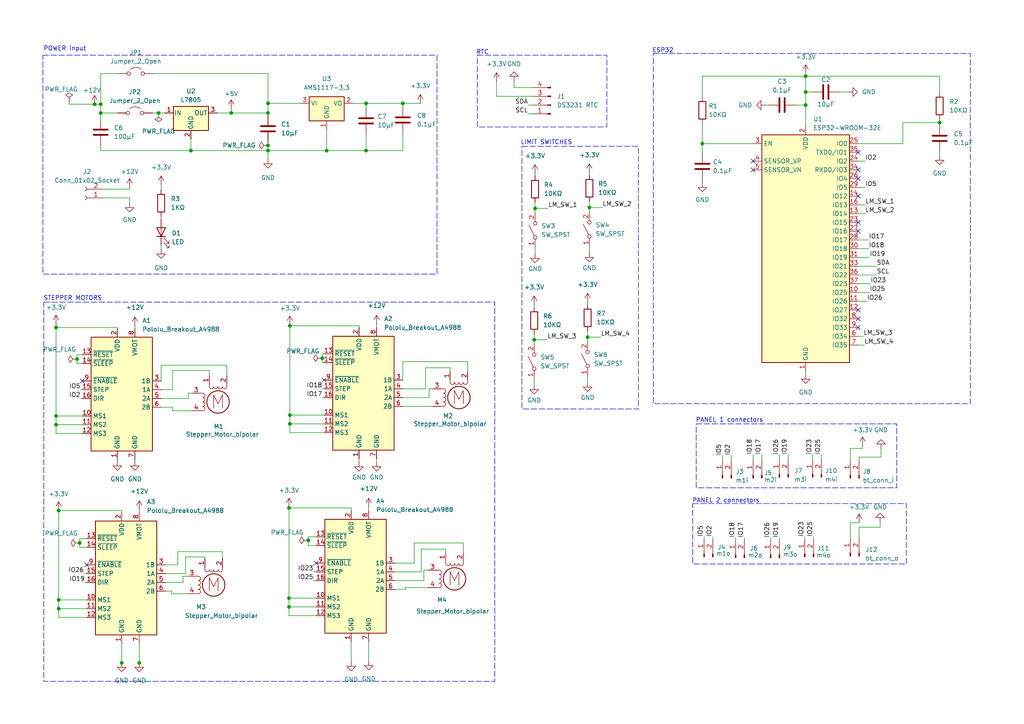
<source format=kicad_sch>
(kicad_sch (version 20250114) (generator "eeschema") (generator_version "9.0")
  (paper "A4")
  (title_block (title "ESP32_CLOCK") (date "2025-07-04") (rev "Version 2") (company "Tech_Fusion"))
  (lib_symbols
    (symbol "Connector:Conn_01x02_Pin" (pin_names (offset 1.016) (hide yes))
      (property "Reference" "J" (at 0 2.54 0))
      (property "Value" "Conn_01x02_Pin" (at 0 -5.08 0))
      (symbol "Conn_01x02_Pin_1_1"
        (pin passive line (at 5.08 0 180) (length 3.81) (name "Pin_1") (number "1"))
        (pin passive line (at 5.08 -2.54 180) (length 3.81) (name "Pin_2") (number "2"))
      )
    )
    (symbol "Connector:Conn_01x02_Socket" (pin_names (offset 1.016) (hide yes))
      (property "Reference" "J" (at 0 2.54 0))
      (property "Value" "Conn_01x02_Socket" (at 0 -5.08 0))
      (symbol "Conn_01x02_Socket_1_1"
        (pin passive line (at -5.08 0 0) (length 3.81) (name "Pin_1") (number "1"))
        (pin passive line (at -5.08 -2.54 0) (length 3.81) (name "Pin_2") (number "2"))
      )
    )
    (symbol "Connector:Conn_01x04_Pin" (pin_names (offset 1.016) (hide yes))
      (property "Reference" "J" (at 0 5.08 0))
      (property "Value" "Conn_01x04_Pin" (at 0 -7.62 0))
      (symbol "Conn_01x04_Pin_1_1"
        (pin passive line (at 5.08 2.54 180) (length 3.81) (name "Pin_1") (number "1"))
        (pin passive line (at 5.08 0 180) (length 3.81) (name "Pin_2") (number "2"))
        (pin passive line (at 5.08 -2.54 180) (length 3.81) (name "Pin_3") (number "3"))
        (pin passive line (at 5.08 -5.08 180) (length 3.81) (name "Pin_4") (number "4"))
      )
    )
    (symbol "Device:C" (pin_numbers (hide yes)) (pin_names (offset 0.254))
      (property "Reference" "C" (at 0.635 2.54 0))
      (property "Value" "C" (at 0.635 -2.54 0))
      (symbol "C_1_1"
        (pin passive line (at 0 3.81 270) (length 2.794) (name "~") (number "1"))
        (pin passive line (at 0 -3.81 90) (length 2.794) (name "~") (number "2"))
      )
    )
    (symbol "Device:LED" (pin_numbers (hide yes)) (pin_names (offset 1.016) (hide yes))
      (property "Reference" "D" (at 0 2.54 0))
      (property "Value" "LED" (at 0 -2.54 0))
      (symbol "LED_1_1"
        (pin passive line (at -3.81 0 0) (length 2.54) (name "K") (number "1"))
        (pin passive line (at 3.81 0 180) (length 2.54) (name "A") (number "2"))
      )
    )
    (symbol "Device:R" (pin_numbers (hide yes)) (pin_names (offset 0))
      (property "Reference" "R" (at 2.032 0 90))
      (property "Value" "R" (at 0 0 90))
      (symbol "R_1_1"
        (pin passive line (at 0 3.81 270) (length 1.27) (name "~") (number "1"))
        (pin passive line (at 0 -3.81 90) (length 1.27) (name "~") (number "2"))
      )
    )
    (symbol "Driver_Motor:Pololu_Breakout_A4988"
      (property "Reference" "A" (at -2.54 19.05 0))
      (property "Value" "Pololu_Breakout_A4988" (at -2.54 16.51 0))
      (symbol "Pololu_Breakout_A4988_1_1"
        (pin input line (at -10.16 10.16 0) (length 2.54) (name "~{RESET}") (number "13"))
        (pin input line (at -10.16 7.62 0) (length 2.54) (name "~{SLEEP}") (number "14"))
        (pin input line (at -10.16 2.54 0) (length 2.54) (name "~{ENABLE}") (number "9"))
        (pin input line (at -10.16 0 0) (length 2.54) (name "STEP") (number "15"))
        (pin input line (at -10.16 -2.54 0) (length 2.54) (name "DIR") (number "16"))
        (pin input line (at -10.16 -7.62 0) (length 2.54) (name "MS1") (number "10"))
        (pin input line (at -10.16 -10.16 0) (length 2.54) (name "MS2") (number "11"))
        (pin input line (at -10.16 -12.7 0) (length 2.54) (name "MS3") (number "12"))
        (pin power_in line (at 0 17.78 270) (length 2.54) (name "VDD") (number "2"))
        (pin power_in line (at 0 -20.32 90) (length 2.54) (name "GND") (number "1"))
        (pin power_in line (at 5.08 17.78 270) (length 2.54) (name "VMOT") (number "8"))
        (pin power_in line (at 5.08 -20.32 90) (length 2.54) (name "GND") (number "7"))
        (pin output line (at 12.7 2.54 180) (length 2.54) (name "1B") (number "3"))
        (pin output line (at 12.7 0 180) (length 2.54) (name "1A") (number "4"))
        (pin output line (at 12.7 -2.54 180) (length 2.54) (name "2A") (number "5"))
        (pin output line (at 12.7 -5.08 180) (length 2.54) (name "2B") (number "6"))
      )
    )
    (symbol "Jumper:Jumper_2_Open" (pin_numbers (hide yes)) (pin_names (offset 0) (hide yes))
      (property "Reference" "JP" (at 0 2.794 0))
      (property "Value" "Jumper_2_Open" (at 0 -2.286 0))
      (symbol "Jumper_2_Open_1_1"
        (pin passive line (at -5.08 0 0) (length 2.54) (name "A") (number "1"))
        (pin passive line (at 5.08 0 180) (length 2.54) (name "B") (number "2"))
      )
    )
    (symbol "Motor:Stepper_Motor_bipolar" (pin_names (offset 0) (hide yes))
      (property "Reference" "M" (at 3.81 2.54 0))
      (property "Value" "Stepper_Motor_bipolar" (at 3.81 1.27 0))
      (symbol "Stepper_Motor_bipolar_1_1"
        (pin passive line (at -7.62 2.54 0) (length 2.54) (name "~") (number "3"))
        (pin passive line (at -7.62 -2.54 0) (length 2.54) (name "~") (number "4"))
        (pin passive line (at -2.54 7.62 270) (length 2.54) (name "~") (number "1"))
        (pin passive line (at 2.54 7.62 270) (length 2.54) (name "-") (number "2"))
      )
    )
    (symbol "RF_Module:ESP32-WROOM-32E"
      (property "Reference" "U" (at -12.7 34.29 0))
      (property "Value" "ESP32-WROOM-32E" (at 1.27 34.29 0))
      (symbol "ESP32-WROOM-32E_1_1"
        (pin input line (at -15.24 30.48 0) (length 2.54) (name "EN") (number "3"))
        (pin input line (at -15.24 25.4 0) (length 2.54) (name "SENSOR_VP") (number "4"))
        (pin input line (at -15.24 22.86 0) (length 2.54) (name "SENSOR_VN") (number "5"))
        (pin no_connect line (at -12.7 0 0) (length 2.54) (hide yes) (name "NC") (number "21"))
        (pin no_connect line (at -12.7 -2.54 0) (length 2.54) (hide yes) (name "NC") (number "22"))
        (pin no_connect line (at -12.7 -5.08 0) (length 2.54) (hide yes) (name "NC") (number "17"))
        (pin no_connect line (at -12.7 -7.62 0) (length 2.54) (hide yes) (name "NC") (number "18"))
        (pin no_connect line (at -12.7 -10.16 0) (length 2.54) (hide yes) (name "NC") (number "20"))
        (pin no_connect line (at -12.7 -12.7 0) (length 2.54) (hide yes) (name "NC") (number "19"))
        (pin no_connect line (at -12.7 -27.94 0) (length 2.54) (hide yes) (name "NC") (number "32"))
        (pin power_in line (at 0 35.56 270) (length 2.54) (name "VDD") (number "2"))
        (pin power_in line (at 0 -35.56 90) (length 2.54) (name "GND") (number "1"))
        (pin passive line (at 0 -35.56 90) (length 2.54) (hide yes) (name "GND") (number "15"))
        (pin passive line (at 0 -35.56 90) (length 2.54) (hide yes) (name "GND") (number "38"))
        (pin passive line (at 0 -35.56 90) (length 2.54) (hide yes) (name "GND") (number "39"))
        (pin bidirectional line (at 15.24 30.48 180) (length 2.54) (name "IO0") (number "25"))
        (pin bidirectional line (at 15.24 27.94 180) (length 2.54) (name "TXD0/IO1") (number "35"))
        (pin bidirectional line (at 15.24 25.4 180) (length 2.54) (name "IO2") (number "24"))
        (pin bidirectional line (at 15.24 22.86 180) (length 2.54) (name "RXD0/IO3") (number "34"))
        (pin bidirectional line (at 15.24 20.32 180) (length 2.54) (name "IO4") (number "26"))
        (pin bidirectional line (at 15.24 17.78 180) (length 2.54) (name "IO5") (number "29"))
        (pin bidirectional line (at 15.24 15.24 180) (length 2.54) (name "IO12") (number "14"))
        (pin bidirectional line (at 15.24 12.7 180) (length 2.54) (name "IO13") (number "16"))
        (pin bidirectional line (at 15.24 10.16 180) (length 2.54) (name "IO14") (number "13"))
        (pin bidirectional line (at 15.24 7.62 180) (length 2.54) (name "IO15") (number "23"))
        (pin bidirectional line (at 15.24 5.08 180) (length 2.54) (name "IO16") (number "27"))
        (pin bidirectional line (at 15.24 2.54 180) (length 2.54) (name "IO17") (number "28"))
        (pin bidirectional line (at 15.24 0 180) (length 2.54) (name "IO18") (number "30"))
        (pin bidirectional line (at 15.24 -2.54 180) (length 2.54) (name "IO19") (number "31"))
        (pin bidirectional line (at 15.24 -5.08 180) (length 2.54) (name "IO21") (number "33"))
        (pin bidirectional line (at 15.24 -7.62 180) (length 2.54) (name "IO22") (number "36"))
        (pin bidirectional line (at 15.24 -10.16 180) (length 2.54) (name "IO23") (number "37"))
        (pin bidirectional line (at 15.24 -12.7 180) (length 2.54) (name "IO25") (number "10"))
        (pin bidirectional line (at 15.24 -15.24 180) (length 2.54) (name "IO26") (number "11"))
        (pin bidirectional line (at 15.24 -17.78 180) (length 2.54) (name "IO27") (number "12"))
        (pin bidirectional line (at 15.24 -20.32 180) (length 2.54) (name "IO32") (number "8"))
        (pin bidirectional line (at 15.24 -22.86 180) (length 2.54) (name "IO33") (number "9"))
        (pin input line (at 15.24 -25.4 180) (length 2.54) (name "IO34") (number "6"))
        (pin input line (at 15.24 -27.94 180) (length 2.54) (name "IO35") (number "7"))
      )
    )
    (symbol "Regulator_Linear:AMS1117-3.3"
      (property "Reference" "U" (at -3.81 3.175 0))
      (property "Value" "AMS1117-3.3" (at 0 3.175 0))
      (symbol "AMS1117-3.3_1_1"
        (pin power_in line (at -7.62 0 0) (length 2.54) (name "VI") (number "3"))
        (pin power_in line (at 0 -7.62 90) (length 2.54) (name "GND") (number "1"))
        (pin power_out line (at 7.62 0 180) (length 2.54) (name "VO") (number "2"))
      )
    )
    (symbol "Regulator_Linear:L7805" (pin_names (offset 0.254))
      (property "Reference" "U" (at -3.81 3.175 0))
      (property "Value" "L7805" (at 0 3.175 0))
      (symbol "L7805_1_1"
        (pin power_in line (at -7.62 0 0) (length 2.54) (name "IN") (number "1"))
        (pin power_in line (at 0 -7.62 90) (length 2.54) (name "GND") (number "2"))
        (pin power_out line (at 7.62 0 180) (length 2.54) (name "OUT") (number "3"))
      )
    )
    (symbol "Switch:SW_SPST" (pin_names (offset 0) (hide yes))
      (property "Reference" "SW" (at 0 3.175 0))
      (property "Value" "SW_SPST" (at 0 -2.54 0))
      (symbol "SW_SPST_1_1"
        (pin passive line (at -5.08 0 0) (length 2.54) (name "A") (number "1"))
        (pin passive line (at 5.08 0 180) (length 2.54) (name "B") (number "2"))
      )
    )
    (symbol "power:+12V" (power) (pin_numbers (hide yes)) (pin_names (offset 0) (hide yes))
      (property "Value" "+12V" (at 0 3.556 0))
      (symbol "+12V_1_1"
        (pin power_in line (at 0 0 90) (length 0) (name "~") (number "1"))
      )
    )
    (symbol "power:+3.3V" (power) (pin_numbers (hide yes)) (pin_names (offset 0) (hide yes))
      (property "Value" "+3.3V" (at 0 3.556 0))
      (symbol "+3.3V_1_1"
        (pin power_in line (at 0 0 90) (length 0) (name "~") (number "1"))
      )
    )
    (symbol "power:+5V" (power) (pin_numbers (hide yes)) (pin_names (offset 0) (hide yes))
      (property "Value" "+5V" (at 0 3.556 0))
      (symbol "+5V_1_1"
        (pin power_in line (at 0 0 90) (length 0) (name "~") (number "1"))
      )
    )
    (symbol "power:GND" (power) (pin_numbers (hide yes)) (pin_names (offset 0) (hide yes))
      (property "Value" "GND" (at 0 -3.81 0))
      (symbol "GND_1_1"
        (pin power_in line (at 0 0 270) (length 0) (name "~") (number "1"))
      )
    )
    (symbol "power:PWR_FLAG" (power) (pin_numbers (hide yes)) (pin_names (offset 0) (hide yes))
      (property "Value" "PWR_FLAG" (at 0 3.81 0))
      (symbol "PWR_FLAG_0_0"
        (pin power_out line (at 0 0 90) (length 0) (name "~") (number "1"))
      )
    )
  )
  (rectangle (start 189.484 15.494) (end 281.432 117.094) (stroke (width 0) (type dash)))
  (rectangle (start 201.93 122.936) (end 260.096 141.478) (stroke (width 0) (type dash)))
  (rectangle (start 200.914 146.05) (end 262.89 163.576) (stroke (width 0) (type dash)))
  (rectangle (start 12.7 87.63) (end 143.51 197.612) (stroke (width 0) (type dash)))
  (rectangle (start 151.384 42.418) (end 185.166 118.618) (stroke (width 0) (type dash)))
  (rectangle (start 138.43 16.002) (end 176.022 36.83) (stroke (width 0) (type dash)))
  (rectangle (start 12.446 16.002) (end 126.746 79.502) (stroke (width 0) (type dash)))
  (text "RTC" (at 139.954 15.24 0) (effects (font (size 1.27 1.27))))
  (text "ESP32" (at 192.278 14.732 0) (effects (font (size 1.27 1.27))))
  (text "STEPPER MOTORS\n" (at 21.082 86.614 0) (effects (font (size 1.27 1.27))))
  (text "PANEL 2 connectors" (at 210.566 145.288 0) (effects (font (size 1.27 1.27))))
  (text "PANEL 1 connectors" (at 211.582 121.92 0) (effects (font (size 1.27 1.27))))
  (text "LIMIT SWITCHES" (at 158.496 41.402 0) (effects (font (size 1.27 1.27))))
  (text "POWER input\n\n" (at 18.796 15.24 0) (effects (font (size 1.27 1.27))))
  (junction (at 203.708 41.656))
  (junction (at 84.074 122.936))
  (junction (at 106.172 43.688))
  (junction (at 45.974 32.766))
  (junction (at 83.82 147.32))
  (junction (at 17.018 176.53))
  (junction (at 27.432 30.226))
  (junction (at 84.074 120.396))
  (junction (at 40.386 192.278))
  (junction (at 16.256 120.65))
  (junction (at 83.82 173.482))
  (junction (at 17.018 148.082))
  (junction (at 155.194 60.452))
  (junction (at 154.94 98.552))
  (junction (at 170.942 60.198))
  (junction (at 233.68 30.48))
  (junction (at 77.724 43.688))
  (junction (at 29.21 32.766))
  (junction (at 22.352 104.14))
  (junction (at 93.472 103.886))
  (junction (at 77.724 29.972))
  (junction (at 29.21 30.226))
  (junction (at 55.372 43.688))
  (junction (at 17.018 173.99))
  (junction (at 16.256 123.19))
  (junction (at 116.84 29.972))
  (junction (at 16.256 94.996))
  (junction (at 77.724 32.766))
  (junction (at 170.434 97.79))
  (junction (at 23.114 157.48))
  (junction (at 106.172 29.972))
  (junction (at 67.056 32.766))
  (junction (at 233.68 22.098))
  (junction (at 233.68 26.67))
  (junction (at 272.542 35.56))
  (junction (at 94.742 43.688))
  (junction (at 84.074 94.488))
  (junction (at 35.306 192.278))
  (junction (at 89.408 156.718))
  (junction (at 77.724 42.164))
  (junction (at 83.82 176.022))
  (no_connect (at 218.44 46.736))
  (no_connect (at 248.92 44.196))
  (no_connect (at 248.92 67.056))
  (no_connect (at 25.146 163.83))
  (no_connect (at 248.92 56.896))
  (no_connect (at 248.92 49.276))
  (no_connect (at 248.92 89.916))
  (no_connect (at 248.92 51.816))
  (no_connect (at 248.92 92.456))
  (no_connect (at 248.92 94.996))
  (no_connect (at 91.694 163.322))
  (no_connect (at 248.92 64.516))
  (no_connect (at 23.876 110.49))
  (no_connect (at 218.44 49.276))
  (no_connect (at 93.98 110.236))
  (wire (pts (xy 65.786 105.918) (xy 65.786 108.966)))
  (wire (pts (xy 60.706 108.966) (xy 60.706 107.442)))
  (wire (pts (xy 248.92 97.536) (xy 250.444 97.536)))
  (wire (pts (xy 24.384 166.37) (xy 25.146 166.37)))
  (wire (pts (xy 144.018 27.94) (xy 144.018 23.622)))
  (wire (pts (xy 116.84 29.972) (xy 116.84 30.988)))
  (wire (pts (xy 272.542 22.098) (xy 272.542 26.924)))
  (wire (pts (xy 29.718 57.404) (xy 37.592 57.404)))
  (wire (pts (xy 29.21 21.336) (xy 34.29 21.336)))
  (wire (pts (xy 155.194 60.452) (xy 155.194 61.722)))
  (wire (pts (xy 22.352 105.41) (xy 23.876 105.41)))
  (wire (pts (xy 49.784 172.212) (xy 49.784 171.45)))
  (wire (pts (xy 213.36 155.956) (xy 213.36 156.718)))
  (wire (pts (xy 248.92 74.676) (xy 252.222 74.676)))
  (wire (pts (xy 248.92 79.756) (xy 254.254 79.756)))
  (wire (pts (xy 55.626 119.126) (xy 50.038 119.126)))
  (wire (pts (xy 22.352 104.14) (xy 22.352 105.41)))
  (wire (pts (xy 23.114 158.75) (xy 25.146 158.75)))
  (wire (pts (xy 64.516 160.02) (xy 51.562 160.02)))
  (wire (pts (xy 53.848 161.544) (xy 53.848 166.37)))
  (wire (pts (xy 248.92 61.976) (xy 250.952 61.976)))
  (wire (pts (xy 129.286 159.258) (xy 122.174 159.258)))
  (wire (pts (xy 246.634 151.638) (xy 249.174 151.638)))
  (wire (pts (xy 248.92 59.436) (xy 250.952 59.436)))
  (wire (pts (xy 120.142 163.322) (xy 120.142 157.48)))
  (wire (pts (xy 149.098 25.4) (xy 149.098 23.368)))
  (wire (pts (xy 203.708 41.656) (xy 203.708 44.45)))
  (wire (pts (xy 248.92 77.216) (xy 254.254 77.216)))
  (wire (pts (xy 50.038 107.442) (xy 50.038 113.03)))
  (wire (pts (xy 144.018 27.94) (xy 154.686 27.94)))
  (wire (pts (xy 67.056 32.766) (xy 62.992 32.766)))
  (wire (pts (xy 50.038 119.126) (xy 50.038 118.11)))
  (wire (pts (xy 255.524 130.048) (xy 255.524 132.588)))
  (wire (pts (xy 83.82 176.022) (xy 91.694 176.022)))
  (wire (pts (xy 124.206 170.434) (xy 117.602 170.434)))
  (wire (pts (xy 84.074 94.234) (xy 84.074 94.488)))
  (wire (pts (xy 116.84 38.608) (xy 116.84 43.688)))
  (wire (pts (xy 46.736 118.11) (xy 50.038 118.11)))
  (wire (pts (xy 149.098 25.4) (xy 154.686 25.4)))
  (wire (pts (xy 77.724 29.972) (xy 77.724 32.766)))
  (wire (pts (xy 93.98 122.936) (xy 84.074 122.936)))
  (wire (pts (xy 248.92 87.376) (xy 251.46 87.376)))
  (wire (pts (xy 40.386 147.828) (xy 40.386 148.59)))
  (wire (pts (xy 170.434 109.22) (xy 170.434 110.998)))
  (wire (pts (xy 248.92 41.656) (xy 261.874 41.656)))
  (wire (pts (xy 106.172 29.972) (xy 106.172 31.242)))
  (wire (pts (xy 59.436 162.052) (xy 59.436 161.544)))
  (wire (pts (xy 20.066 30.226) (xy 27.432 30.226)))
  (wire (pts (xy 203.708 52.07) (xy 203.708 53.086)))
  (wire (pts (xy 17.018 148.082) (xy 17.018 173.99)))
  (wire (pts (xy 106.934 147.066) (xy 106.934 148.082)))
  (wire (pts (xy 170.942 71.628) (xy 170.942 73.406)))
  (wire (pts (xy 153.162 33.02) (xy 154.686 33.02)))
  (wire (pts (xy 89.408 156.718) (xy 89.408 158.242)))
  (wire (pts (xy 83.82 178.562) (xy 91.694 178.562)))
  (wire (pts (xy 22.352 102.87) (xy 22.352 104.14)))
  (wire (pts (xy 155.194 50.292) (xy 155.194 51.054)))
  (wire (pts (xy 29.718 54.864) (xy 37.592 54.864)))
  (wire (pts (xy 233.68 26.67) (xy 233.68 30.48)))
  (wire (pts (xy 248.92 54.356) (xy 250.952 54.356)))
  (wire (pts (xy 16.256 94.996) (xy 16.256 120.65)))
  (wire (pts (xy 114.554 168.402) (xy 122.936 168.402)))
  (wire (pts (xy 123.444 106.68) (xy 130.556 106.68)))
  (wire (pts (xy 248.92 84.836) (xy 252.222 84.836)))
  (wire (pts (xy 59.436 161.544) (xy 53.848 161.544)))
  (wire (pts (xy 101.854 147.32) (xy 101.854 148.082)))
  (wire (pts (xy 248.92 82.296) (xy 252.476 82.296)))
  (wire (pts (xy 116.84 115.316) (xy 124.46 115.316)))
  (wire (pts (xy 170.942 50.038) (xy 170.942 50.8)))
  (wire (pts (xy 55.372 40.386) (xy 55.372 43.688)))
  (wire (pts (xy 37.592 57.404) (xy 37.592 58.928)))
  (wire (pts (xy 272.542 43.942) (xy 272.542 45.212)))
  (wire (pts (xy 29.21 30.226) (xy 29.21 21.336)))
  (wire (pts (xy 116.84 110.236) (xy 116.84 104.902)))
  (wire (pts (xy 77.724 43.688) (xy 94.742 43.688)))
  (wire (pts (xy 226.06 131.826) (xy 226.06 133.35)))
  (wire (pts (xy 261.874 35.56) (xy 272.542 35.56)))
  (wire (pts (xy 238.252 131.826) (xy 238.252 133.35)))
  (wire (pts (xy 51.562 163.83) (xy 48.006 163.83)))
  (wire (pts (xy 83.82 147.32) (xy 83.82 173.482)))
  (wire (pts (xy 51.562 160.02) (xy 51.562 163.83)))
  (wire (pts (xy 83.82 176.022) (xy 83.82 178.562)))
  (wire (pts (xy 233.68 21.336) (xy 233.68 22.098)))
  (wire (pts (xy 249.174 152.908) (xy 249.174 156.21)))
  (wire (pts (xy 233.68 30.48) (xy 233.68 36.576)))
  (wire (pts (xy 203.708 35.814) (xy 203.708 41.656)))
  (wire (pts (xy 93.472 102.616) (xy 93.472 103.886)))
  (wire (pts (xy 223.52 155.956) (xy 223.52 156.718)))
  (wire (pts (xy 84.074 94.488) (xy 84.074 120.396)))
  (wire (pts (xy 154.94 98.552) (xy 154.94 99.822)))
  (wire (pts (xy 130.556 106.68) (xy 130.556 107.696)))
  (wire (pts (xy 83.82 147.066) (xy 83.82 147.32)))
  (wire (pts (xy 246.634 151.638) (xy 246.634 156.21)))
  (wire (pts (xy 116.84 104.902) (xy 135.636 104.902)))
  (wire (pts (xy 83.82 173.482) (xy 83.82 176.022)))
  (wire (pts (xy 233.68 22.098) (xy 272.542 22.098)))
  (wire (pts (xy 248.92 69.596) (xy 251.968 69.596)))
  (wire (pts (xy 91.694 155.702) (xy 89.408 155.702)))
  (wire (pts (xy 46.736 115.57) (xy 54.61 115.57)))
  (wire (pts (xy 54.356 172.212) (xy 49.784 172.212)))
  (wire (pts (xy 16.256 125.73) (xy 16.256 123.19)))
  (wire (pts (xy 102.362 29.972) (xy 106.172 29.972)))
  (wire (pts (xy 155.194 60.452) (xy 159.004 60.452)))
  (wire (pts (xy 243.332 26.67) (xy 246.126 26.67)))
  (wire (pts (xy 77.724 46.228) (xy 77.724 43.688)))
  (wire (pts (xy 155.194 58.674) (xy 155.194 60.452)))
  (wire (pts (xy 50.038 113.03) (xy 46.736 113.03)))
  (wire (pts (xy 116.84 117.856) (xy 125.476 117.856)))
  (wire (pts (xy 25.146 176.53) (xy 17.018 176.53)))
  (wire (pts (xy 34.036 32.766) (xy 29.21 32.766)))
  (wire (pts (xy 35.306 192.786) (xy 35.306 192.278)))
  (wire (pts (xy 170.942 60.198) (xy 174.752 60.198)))
  (wire (pts (xy 23.876 120.65) (xy 16.256 120.65)))
  (wire (pts (xy 93.472 105.156) (xy 93.98 105.156)))
  (wire (pts (xy 77.724 41.148) (xy 77.724 42.164)))
  (wire (pts (xy 46.736 71.12) (xy 46.736 72.39)))
  (wire (pts (xy 134.366 157.48) (xy 134.366 160.274)))
  (wire (pts (xy 249.174 132.588) (xy 249.174 133.604)))
  (wire (pts (xy 55.372 43.688) (xy 77.724 43.688)))
  (wire (pts (xy 203.708 28.194) (xy 203.708 22.098)))
  (wire (pts (xy 54.61 114.046) (xy 55.626 114.046)))
  (wire (pts (xy 122.174 165.862) (xy 114.554 165.862)))
  (wire (pts (xy 89.408 158.242) (xy 91.694 158.242)))
  (wire (pts (xy 117.602 170.942) (xy 114.554 170.942)))
  (wire (pts (xy 40.386 192.532) (xy 40.386 192.278)))
  (wire (pts (xy 23.876 125.73) (xy 16.256 125.73)))
  (wire (pts (xy 25.146 179.07) (xy 17.018 179.07)))
  (wire (pts (xy 90.932 168.402) (xy 91.694 168.402)))
  (wire (pts (xy 46.736 105.918) (xy 65.786 105.918)))
  (wire (pts (xy 37.592 54.864) (xy 37.592 54.356)))
  (wire (pts (xy 53.086 167.132) (xy 53.086 168.91)))
  (wire (pts (xy 261.874 41.656) (xy 261.874 35.56)))
  (wire (pts (xy 154.94 98.552) (xy 158.75 98.552)))
  (wire (pts (xy 123.444 106.68) (xy 123.444 112.776)))
  (wire (pts (xy 104.14 94.488) (xy 104.14 94.996)))
  (wire (pts (xy 272.542 34.544) (xy 272.542 35.56)))
  (wire (pts (xy 206.756 155.702) (xy 206.756 156.464)))
  (wire (pts (xy 39.116 94.488) (xy 39.116 95.25)))
  (wire (pts (xy 153.162 30.48) (xy 154.686 30.48)))
  (wire (pts (xy 122.936 165.354) (xy 122.936 168.402)))
  (wire (pts (xy 170.942 58.42) (xy 170.942 60.198)))
  (wire (pts (xy 90.932 165.862) (xy 91.694 165.862)))
  (wire (pts (xy 23.368 113.03) (xy 23.876 113.03)))
  (wire (pts (xy 170.434 97.79) (xy 174.244 97.79)))
  (wire (pts (xy 45.974 32.766) (xy 47.752 32.766)))
  (wire (pts (xy 93.98 120.396) (xy 84.074 120.396)))
  (wire (pts (xy 34.036 94.996) (xy 34.036 95.25)))
  (wire (pts (xy 204.216 155.702) (xy 204.216 156.464)))
  (wire (pts (xy 109.22 93.98) (xy 109.22 94.996)))
  (wire (pts (xy 84.074 94.488) (xy 104.14 94.488)))
  (wire (pts (xy 29.21 42.164) (xy 29.21 43.688)))
  (wire (pts (xy 255.27 151.384) (xy 255.27 152.908)))
  (wire (pts (xy 23.876 102.87) (xy 22.352 102.87)))
  (wire (pts (xy 101.854 186.182) (xy 101.854 192.024)))
  (wire (pts (xy 248.92 72.136) (xy 251.968 72.136)))
  (wire (pts (xy 77.724 33.528) (xy 77.724 32.766)))
  (wire (pts (xy 109.22 133.096) (xy 109.22 134.112)))
  (wire (pts (xy 255.524 132.588) (xy 249.174 132.588)))
  (wire (pts (xy 221.996 30.48) (xy 223.012 30.48)))
  (wire (pts (xy 122.174 159.258) (xy 122.174 165.862)))
  (wire (pts (xy 104.14 133.096) (xy 104.14 134.112)))
  (wire (pts (xy 35.306 192.278) (xy 35.306 186.69)))
  (wire (pts (xy 84.074 120.396) (xy 84.074 122.936)))
  (wire (pts (xy 77.724 29.972) (xy 77.724 21.336)))
  (wire (pts (xy 16.256 93.98) (xy 16.256 94.996)))
  (wire (pts (xy 89.408 155.702) (xy 89.408 156.718)))
  (wire (pts (xy 93.98 102.616) (xy 93.472 102.616)))
  (wire (pts (xy 129.286 160.274) (xy 129.286 159.258)))
  (wire (pts (xy 23.876 123.19) (xy 16.256 123.19)))
  (wire (pts (xy 23.114 157.48) (xy 23.114 158.75)))
  (wire (pts (xy 17.018 176.53) (xy 17.018 179.07)))
  (wire (pts (xy 212.09 132.08) (xy 212.09 133.604)))
  (wire (pts (xy 106.172 43.688) (xy 94.742 43.688)))
  (wire (pts (xy 170.942 60.198) (xy 170.942 61.468)))
  (wire (pts (xy 106.934 186.182) (xy 106.934 191.77)))
  (wire (pts (xy 77.724 43.688) (xy 77.724 42.164)))
  (wire (pts (xy 54.61 115.57) (xy 54.61 114.046)))
  (wire (pts (xy 154.94 88.392) (xy 154.94 89.154)))
  (wire (pts (xy 29.21 43.688) (xy 55.372 43.688)))
  (wire (pts (xy 117.602 170.434) (xy 117.602 170.942)))
  (wire (pts (xy 93.472 115.316) (xy 93.98 115.316)))
  (wire (pts (xy 23.114 156.21) (xy 23.114 157.48)))
  (wire (pts (xy 16.256 94.996) (xy 34.036 94.996)))
  (wire (pts (xy 34.036 133.858) (xy 34.036 133.35)))
  (wire (pts (xy 233.68 22.098) (xy 233.68 26.67)))
  (wire (pts (xy 246.634 130.048) (xy 246.634 133.604)))
  (wire (pts (xy 209.55 132.08) (xy 209.55 133.604)))
  (wire (pts (xy 53.848 166.37) (xy 48.006 166.37)))
  (wire (pts (xy 35.306 148.082) (xy 35.306 148.59)))
  (wire (pts (xy 106.172 38.862) (xy 106.172 43.688)))
  (wire (pts (xy 170.434 87.63) (xy 170.434 88.392)))
  (wire (pts (xy 120.142 157.48) (xy 134.366 157.48)))
  (wire (pts (xy 84.074 125.476) (xy 84.074 122.936)))
  (wire (pts (xy 272.542 35.56) (xy 272.542 36.322)))
  (wire (pts (xy 124.46 112.776) (xy 125.476 112.776)))
  (wire (pts (xy 20.066 29.464) (xy 20.066 30.226)))
  (wire (pts (xy 116.84 112.776) (xy 123.444 112.776)))
  (wire (pts (xy 233.426 155.702) (xy 233.426 156.464)))
  (wire (pts (xy 29.21 30.226) (xy 29.21 32.766)))
  (wire (pts (xy 40.386 192.278) (xy 40.386 186.69)))
  (wire (pts (xy 155.194 71.882) (xy 155.194 73.66)))
  (wire (pts (xy 46.736 62.738) (xy 46.736 63.5)))
  (wire (pts (xy 60.706 107.442) (xy 50.038 107.442)))
  (wire (pts (xy 64.516 162.052) (xy 64.516 160.02)))
  (wire (pts (xy 67.056 32.766) (xy 77.724 32.766)))
  (wire (pts (xy 46.736 110.49) (xy 46.736 105.918)))
  (wire (pts (xy 215.9 155.956) (xy 215.9 156.718)))
  (wire (pts (xy 83.82 147.32) (xy 101.854 147.32)))
  (wire (pts (xy 93.98 125.476) (xy 84.074 125.476)))
  (wire (pts (xy 94.742 37.592) (xy 94.742 43.688)))
  (wire (pts (xy 67.056 32.766) (xy 67.056 31.496)))
  (wire (pts (xy 154.94 109.982) (xy 154.94 111.76)))
  (wire (pts (xy 49.784 171.45) (xy 48.006 171.45)))
  (wire (pts (xy 154.94 96.774) (xy 154.94 98.552)))
  (wire (pts (xy 124.206 165.354) (xy 122.936 165.354)))
  (wire (pts (xy 29.21 30.226) (xy 27.432 30.226)))
  (wire (pts (xy 93.472 112.776) (xy 93.98 112.776)))
  (wire (pts (xy 235.712 131.826) (xy 235.712 133.35)))
  (wire (pts (xy 220.98 131.826) (xy 220.98 133.604)))
  (wire (pts (xy 17.018 148.082) (xy 35.306 148.082)))
  (wire (pts (xy 218.44 131.826) (xy 218.44 133.604)))
  (wire (pts (xy 93.472 103.886) (xy 93.472 105.156)))
  (wire (pts (xy 233.68 26.67) (xy 235.712 26.67)))
  (wire (pts (xy 44.196 32.766) (xy 45.974 32.766)))
  (wire (pts (xy 248.92 46.736) (xy 250.952 46.736)))
  (wire (pts (xy 170.434 96.012) (xy 170.434 97.79)))
  (wire (pts (xy 116.84 43.688) (xy 106.172 43.688)))
  (wire (pts (xy 25.146 173.99) (xy 17.018 173.99)))
  (wire (pts (xy 46.736 53.594) (xy 46.736 55.118)))
  (wire (pts (xy 135.636 104.902) (xy 135.636 107.696)))
  (wire (pts (xy 230.632 30.48) (xy 233.68 30.48)))
  (wire (pts (xy 106.172 29.972) (xy 116.84 29.972)))
  (wire (pts (xy 24.638 168.91) (xy 25.146 168.91)))
  (wire (pts (xy 114.554 163.322) (xy 120.142 163.322)))
  (wire (pts (xy 170.434 97.79) (xy 170.434 99.06)))
  (wire (pts (xy 233.68 107.696) (xy 233.68 108.712)))
  (wire (pts (xy 44.45 21.336) (xy 77.724 21.336)))
  (wire (pts (xy 25.146 156.21) (xy 23.114 156.21)))
  (wire (pts (xy 29.21 34.544) (xy 29.21 32.766)))
  (wire (pts (xy 218.44 41.656) (xy 203.708 41.656)))
  (wire (pts (xy 54.356 167.132) (xy 53.086 167.132)))
  (wire (pts (xy 250.19 129.286) (xy 250.19 130.048)))
  (wire (pts (xy 124.46 115.316) (xy 124.46 112.776)))
  (wire (pts (xy 83.82 173.482) (xy 91.694 173.482)))
  (wire (pts (xy 203.708 22.098) (xy 233.68 22.098)))
  (wire (pts (xy 116.84 29.972) (xy 121.92 29.972)))
  (wire (pts (xy 77.724 29.972) (xy 87.122 29.972)))
  (wire (pts (xy 53.086 168.91) (xy 48.006 168.91)))
  (wire (pts (xy 39.116 133.858) (xy 39.116 133.35)))
  (wire (pts (xy 255.27 152.908) (xy 249.174 152.908)))
  (wire (pts (xy 248.92 100.076) (xy 250.698 100.076)))
  (wire (pts (xy 16.256 123.19) (xy 16.256 120.65)))
  (wire (pts (xy 235.966 155.702) (xy 235.966 156.464)))
  (wire (pts (xy 226.06 155.956) (xy 226.06 156.718)))
  (wire (pts (xy 23.368 115.57) (xy 23.876 115.57)))
  (wire (pts (xy 17.018 173.99) (xy 17.018 176.53)))
  (wire (pts (xy 250.19 130.048) (xy 246.634 130.048)))
  (wire (pts (xy 228.6 131.826) (xy 228.6 133.35)))
  (label "LM_SW_3" (at 250.444 97.536 0))
  (label "LM_SW_4" (at 250.698 100.076 0))
  (label "IO2" (at 250.952 46.736 0))
  (label "IO25" (at 238.252 131.826 90))
  (label "IO26" (at 223.52 155.956 90))
  (label "IO17" (at 251.968 69.596 0))
  (label "IO26" (at 251.46 87.376 0))
  (label "IO5" (at 204.216 155.702 90))
  (label "IO17" (at 220.98 131.826 90))
  (label "SCL" (at 254.254 79.756 0))
  (label "IO25" (at 252.222 84.836 0))
  (label "IO17" (at 93.472 115.316 180))
  (label "SDA" (at 254.254 77.216 0))
  (label "IO18" (at 93.472 112.776 180))
  (label "IO17" (at 215.9 155.956 90))
  (label "IO5" (at 23.368 113.03 180))
  (label "IO18" (at 218.44 131.826 90))
  (label "SDA" (at 153.162 30.48 180))
  (label "LM_SW_1" (at 250.952 59.436 0))
  (label "IO19" (at 226.06 155.956 90))
  (label "LM_SW_3" (at 158.75 98.552 0))
  (label "IO25" (at 235.966 155.702 90))
  (label "IO26" (at 24.384 166.37 180))
  (label "IO23" (at 252.476 82.296 0))
  (label "IO23" (at 90.932 165.862 180))
  (label "IO18" (at 213.36 155.956 90))
  (label "LM_SW_4" (at 174.244 97.79 0))
  (label "IO19" (at 252.222 74.676 0))
  (label "IO2" (at 23.368 115.57 180))
  (label "IO2" (at 206.756 155.702 90))
  (label "IO19" (at 228.6 131.826 90))
  (label "LM_SW_1" (at 159.004 60.452 0))
  (label "IO23" (at 235.712 131.826 90))
  (label "IO19" (at 24.638 168.91 180))
  (label "IO5" (at 250.952 54.356 0))
  (label "SCL" (at 153.162 33.02 180))
  (label "LM_SW_2" (at 174.752 60.198 0))
  (label "IO26" (at 226.06 131.826 90))
  (label "IO5" (at 209.55 132.08 90))
  (label "IO18" (at 251.968 72.136 0))
  (label "IO23" (at 233.426 155.702 90))
  (label "LM_SW_2" (at 250.952 61.976 0))
  (label "IO2" (at 212.09 132.08 90))
  (label "IO25" (at 90.932 168.402 180))
  (symbol (lib_id "power:PWR_FLAG") (at 23.114 157.48 90) (unit 1)
    (property "Reference" "#FLG05" (effects (hide yes)))
    (property "Value" "PWR_FLAG" (at 22.606 154.686 90) (effects (justify left)))
    (property "Description" "Special symbol for telling ERC where power comes from" (effects (hide yes)))
  )
  (symbol (lib_id "Device:C") (at 116.84 34.798 0) (unit 1)
    (property "Reference" "C8" (at 120.904 33.5279 0) (effects (justify left)))
    (property "Value" "0.1μF" (at 120.904 36.0679 0) (effects (justify left)))
    (property "Footprint" "Capacitor_SMD:C_0805_2012Metric" (effects (hide yes)))
    (property "Description" "Unpolarized capacitor" (effects (hide yes)))
  )
  (symbol (lib_id "Connector:Conn_01x02_Pin") (at 226.06 138.43 90) (unit 1)
    (property "Reference" "J7" (at 230.378 136.5249 90) (effects (justify right)))
    (property "Value" "m3i" (at 230.378 139.0649 90) (effects (justify right)))
    (property "Footprint" "Connector_PinHeader_2.54mm:PinHeader_1x02_P2.54mm_Vertical" (effects (hide yes)))
    (property "Description" "Generic connector, single row, 01x02, script generated" (effects (hide yes)))
  )
  (symbol (lib_id "power:+12V") (at 37.592 54.356 0) (unit 1)
    (property "Reference" "#PWR035" (effects (hide yes)))
    (property "Value" "+12V" (at 37.592 49.784 0))
    (property "Description" "Power symbol creates a global label with name \"+12V\"" (effects (hide yes)))
  )
  (symbol (lib_id "Switch:SW_SPST") (at 170.942 66.548 90) (unit 1)
    (property "Reference" "SW4" (at 172.72 65.2779 90) (effects (justify right)))
    (property "Value" "SW_SPST" (at 172.72 67.8179 90) (effects (justify right)))
    (property "Footprint" "Connector_PinHeader_2.54mm:PinHeader_1x03_P2.54mm_Vertical" (effects (hide yes)))
    (property "Description" "Single Pole Single Throw (SPST) switch" (effects (hide yes)))
  )
  (symbol (lib_id "Motor:Stepper_Motor_bipolar") (at 61.976 169.672 0) (unit 1)
    (property "Reference" "M3" (at 56.896 176.022 0) (effects (justify left)))
    (property "Value" "Stepper_Motor_bipolar" (at 53.594 178.562 0) (effects (justify left)))
    (property "Footprint" "Connector_Molex:Molex_KK-254_AE-6410-04A_1x04_P2.54mm_Vertical" (effects (hide yes)))
    (property "Datasheet" "http://www.infineon.com/dgdl/Application-Note-TLE8110EE_driving_UniPolarStepperMotor_V1.1.pdf?fileId=db3a30431be39b97011be5d0aa0a00b0" (effects (hide yes)))
    (property "Description" "4-wire bipolar stepper motor" (effects (hide yes)))
  )
  (symbol (lib_id "Device:R") (at 154.94 92.964 0) (unit 1)
    (property "Reference" "R6" (at 157.48 91.6939 0) (effects (justify left)))
    (property "Value" "10KΩ" (at 157.48 94.2339 0) (effects (justify left)))
    (property "Footprint" "Resistor_SMD:R_0805_2012Metric" (effects (hide yes)))
    (property "Description" "Resistor" (effects (hide yes)))
  )
  (symbol (lib_id "Device:C") (at 77.724 37.338 0) (unit 1)
    (property "Reference" "C1" (at 81.534 36.0679 0) (effects (justify left)))
    (property "Value" "10μF" (at 81.534 38.6079 0) (effects (justify left)))
    (property "Footprint" "Capacitor_SMD:C_0805_2012Metric" (effects (hide yes)))
    (property "Description" "Unpolarized capacitor" (effects (hide yes)))
  )
  (symbol (lib_id "power:+3.3V") (at 170.434 87.63 0) (unit 1)
    (property "Reference" "#PWR010" (effects (hide yes)))
    (property "Value" "+3.3V" (at 170.434 82.55 0))
    (property "Description" "Power symbol creates a global label with name \"+3.3V\"" (effects (hide yes)))
  )
  (symbol (lib_id "power:+12V") (at 109.22 93.98 0) (unit 1)
    (property "Reference" "#PWR013" (effects (hide yes)))
    (property "Value" "+12V" (at 109.22 88.646 0))
    (property "Description" "Power symbol creates a global label with name \"+12V\"" (effects (hide yes)))
  )
  (symbol (lib_id "power:+12V") (at 106.934 147.066 0) (unit 1)
    (property "Reference" "#PWR014" (effects (hide yes)))
    (property "Value" "+12V" (at 106.934 141.732 0))
    (property "Description" "Power symbol creates a global label with name \"+12V\"" (effects (hide yes)))
  )
  (symbol (lib_id "power:GND") (at 155.194 73.66 0) (unit 1)
    (property "Reference" "#PWR04" (effects (hide yes)))
    (property "Value" "GND" (at 155.194 77.978 0))
    (property "Description" "Power symbol creates a global label with name \"GND\" , ground" (effects (hide yes)))
  )
  (symbol (lib_id "Switch:SW_SPST") (at 170.434 104.14 90) (unit 1)
    (property "Reference" "SW6" (at 172.212 102.8699 90) (effects (justify right)))
    (property "Value" "SW_SPST" (at 172.212 105.4099 90) (effects (justify right)))
    (property "Footprint" "Connector_PinHeader_2.54mm:PinHeader_1x03_P2.54mm_Vertical" (effects (hide yes)))
    (property "Description" "Single Pole Single Throw (SPST) switch" (effects (hide yes)))
  )
  (symbol (lib_id "power:+3.3V") (at 121.92 29.972 0) (unit 1)
    (property "Reference" "#PWR026" (effects (hide yes)))
    (property "Value" "+3.3V" (at 121.92 24.892 0))
    (property "Description" "Power symbol creates a global label with name \"+3.3V\"" (effects (hide yes)))
  )
  (symbol (lib_id "Regulator_Linear:L7805") (at 55.372 32.766 0) (unit 1)
    (property "Reference" "U2" (at 55.372 26.416 0))
    (property "Value" "L7805" (at 55.372 28.956 0))
    (property "Footprint" "Package_TO_SOT_THT:TO-220-3_Vertical" (effects (hide yes)))
    (property "Datasheet" "http://www.st.com/content/ccc/resource/technical/document/datasheet/41/4f/b3/b0/12/d4/47/88/CD00000444.pdf/files/CD00000444.pdf/jcr:content/translations/en.CD00000444.pdf" (effects (hide yes)))
    (property "Description" "Positive 1.5A 35V Linear Regulator, Fixed Output 5V, TO-220/TO-263/TO-252" (effects (hide yes)))
  )
  (symbol (lib_id "Driver_Motor:Pololu_Breakout_A4988") (at 101.854 165.862 0) (unit 1)
    (property "Reference" "A4" (at 109.0773 145.288 0) (effects (justify left)))
    (property "Value" "Pololu_Breakout_A4988" (at 109.0773 147.828 0) (effects (justify left)))
    (property "Footprint" "Module:Pololu_Breakout-16_15.2x20.3mm" (effects (hide yes)))
    (property "Datasheet" "https://www.pololu.com/product/2980/pictures" (effects (hide yes)))
    (property "Description" "Pololu Breakout Board, Stepper Driver A4988" (effects (hide yes)))
  )
  (symbol (lib_id "Device:R") (at 170.434 92.202 0) (unit 1)
    (property "Reference" "R7" (at 172.974 90.9319 0) (effects (justify left)))
    (property "Value" "10KΩ" (at 172.974 93.4719 0) (effects (justify left)))
    (property "Footprint" "Resistor_SMD:R_0805_2012Metric" (effects (hide yes)))
    (property "Description" "Resistor" (effects (hide yes)))
  )
  (symbol (lib_id "power:GND") (at 77.724 46.228 0) (unit 1)
    (property "Reference" "#PWR01" (effects (hide yes)))
    (property "Value" "GND" (at 77.724 51.562 0))
    (property "Description" "Power symbol creates a global label with name \"GND\" , ground" (effects (hide yes)))
  )
  (symbol (lib_id "power:GND") (at 255.27 151.384 180) (unit 1)
    (property "Reference" "#PWR032" (effects (hide yes)))
    (property "Value" "GND" (at 255.27 147.066 0))
    (property "Description" "Power symbol creates a global label with name \"GND\" , ground" (effects (hide yes)))
  )
  (symbol (lib_id "power:GND") (at 101.854 192.024 0) (unit 1)
    (property "Reference" "#PWR016" (effects (hide yes)))
    (property "Value" "GND" (at 101.854 197.104 0))
    (property "Description" "Power symbol creates a global label with name \"GND\" , ground" (effects (hide yes)))
  )
  (symbol (lib_id "Connector:Conn_01x02_Pin") (at 223.52 161.798 90) (unit 1)
    (property "Reference" "J9" (at 227.076 158.75 90) (effects (justify right)))
    (property "Value" "m3o" (at 227.076 160.782 90) (effects (justify right)))
    (property "Footprint" "Connector_PinHeader_2.54mm:PinHeader_1x02_P2.54mm_Vertical" (effects (hide yes)))
    (property "Description" "Generic connector, single row, 01x02, script generated" (effects (hide yes)))
  )
  (symbol (lib_id "power:+3.3V") (at 83.82 147.066 0) (unit 1)
    (property "Reference" "#PWR0105" (effects (hide yes)))
    (property "Value" "+3.3V" (at 83.82 142.24 0))
    (property "Description" "Power symbol creates a global label with name \"+3.3V\"" (effects (hide yes)))
  )
  (symbol (lib_id "Driver_Motor:Pololu_Breakout_A4988") (at 34.036 113.03 0) (unit 1)
    (property "Reference" "A1" (at 41.2593 92.964 0) (effects (justify left)))
    (property "Value" "Pololu_Breakout_A4988" (at 41.2593 95.504 0) (effects (justify left)))
    (property "Footprint" "Module:Pololu_Breakout-16_15.2x20.3mm" (effects (hide yes)))
    (property "Datasheet" "https://www.pololu.com/product/2980/pictures" (effects (hide yes)))
    (property "Description" "Pololu Breakout Board, Stepper Driver A4988" (effects (hide yes)))
  )
  (symbol (lib_id "Device:C") (at 272.542 40.132 0) (unit 1)
    (property "Reference" "C5" (at 276.606 38.8619 0) (effects (justify left)))
    (property "Value" "0.1μF" (at 276.606 41.4019 0) (effects (justify left)))
    (property "Footprint" "Capacitor_SMD:C_0805_2012Metric" (effects (hide yes)))
    (property "Description" "Unpolarized capacitor" (effects (hide yes)))
  )
  (symbol (lib_id "power:+3.3V") (at 155.194 50.292 0) (unit 1)
    (property "Reference" "#PWR05" (effects (hide yes)))
    (property "Value" "+3.3V" (at 155.194 45.212 0))
    (property "Description" "Power symbol creates a global label with name \"+3.3V\"" (effects (hide yes)))
  )
  (symbol (lib_id "power:+3.3V") (at 154.94 88.392 0) (unit 1)
    (property "Reference" "#PWR08" (effects (hide yes)))
    (property "Value" "+3.3V" (at 154.94 83.312 0))
    (property "Description" "Power symbol creates a global label with name \"+3.3V\"" (effects (hide yes)))
  )
  (symbol (lib_id "power:PWR_FLAG") (at 77.724 42.164 90) (unit 1)
    (property "Reference" "#FLG02" (effects (hide yes)))
    (property "Value" "PWR_FLAG" (at 74.168 42.1639 90) (effects (justify left)))
    (property "Description" "Special symbol for telling ERC where power comes from" (effects (hide yes)))
  )
  (symbol (lib_id "power:GND") (at 149.098 23.368 180) (unit 1)
    (property "Reference" "#PWR028" (effects (hide yes)))
    (property "Value" "GND" (at 149.098 18.542 0))
    (property "Description" "Power symbol creates a global label with name \"GND\" , ground" (effects (hide yes)))
  )
  (symbol (lib_id "Switch:SW_SPST") (at 154.94 104.902 90) (unit 1)
    (property "Reference" "SW5" (at 156.718 103.6319 90) (effects (justify right)))
    (property "Value" "SW_SPST" (at 156.718 106.1719 90) (effects (justify right)))
    (property "Footprint" "Connector_PinHeader_2.54mm:PinHeader_1x03_P2.54mm_Vertical" (effects (hide yes)))
    (property "Description" "Single Pole Single Throw (SPST) switch" (effects (hide yes)))
  )
  (symbol (lib_id "power:+3.3V") (at 233.68 21.336 0) (unit 1)
    (property "Reference" "#PWR020" (effects (hide yes)))
    (property "Value" "+3.3V" (at 233.68 16.51 0))
    (property "Description" "Power symbol creates a global label with name \"+3.3V\"" (effects (hide yes)))
  )
  (symbol (lib_id "power:+3.3V") (at 17.018 148.082 0) (unit 1)
    (property "Reference" "#PWR0102" (effects (hide yes)))
    (property "Value" "+3.3V" (at 17.018 143.256 0))
    (property "Description" "Power symbol creates a global label with name \"+3.3V\"" (effects (hide yes)))
  )
  (symbol (lib_id "power:GND") (at 154.94 111.76 0) (unit 1)
    (property "Reference" "#PWR09" (effects (hide yes)))
    (property "Value" "GND" (at 154.94 116.078 0))
    (property "Description" "Power symbol creates a global label with name \"GND\" , ground" (effects (hide yes)))
  )
  (symbol (lib_id "Connector:Conn_01x02_Pin") (at 209.55 138.684 90) (unit 1)
    (property "Reference" "J3" (at 213.36 136.7789 90) (effects (justify right)))
    (property "Value" "m1i" (at 213.36 139.3189 90) (effects (justify right)))
    (property "Footprint" "Connector_PinHeader_2.54mm:PinHeader_1x02_P2.54mm_Vertical" (effects (hide yes)))
    (property "Description" "Generic connector, single row, 01x02, script generated" (effects (hide yes)))
  )
  (symbol (lib_id "power:GND") (at 37.592 58.928 0) (unit 1)
    (property "Reference" "#PWR036" (effects (hide yes)))
    (property "Value" "GND" (at 37.592 63.754 0))
    (property "Description" "Power symbol creates a global label with name \"GND\" , ground" (effects (hide yes)))
  )
  (symbol (lib_id "power:GND") (at 203.708 53.086 0) (unit 1)
    (property "Reference" "#PWR023" (effects (hide yes)))
    (property "Value" "GND" (at 203.708 57.912 0))
    (property "Description" "Power symbol creates a global label with name \"GND\" , ground" (effects (hide yes)))
  )
  (symbol (lib_id "power:+12V") (at 27.432 30.226 0) (unit 1)
    (property "Reference" "#PWR02" (effects (hide yes)))
    (property "Value" "+12V" (at 26.67 26.162 0))
    (property "Description" "Power symbol creates a global label with name \"+12V\"" (effects (hide yes)))
  )
  (symbol (lib_id "power:GND") (at 46.736 72.39 0) (unit 1)
    (property "Reference" "#PWR034" (effects (hide yes)))
    (property "Value" "GND" (at 46.736 77.724 0))
    (property "Description" "Power symbol creates a global label with name \"GND\" , ground" (effects (hide yes)))
  )
  (symbol (lib_id "power:GND") (at 170.942 73.406 0) (unit 1)
    (property "Reference" "#PWR07" (effects (hide yes)))
    (property "Value" "GND" (at 170.942 77.724 0))
    (property "Description" "Power symbol creates a global label with name \"GND\" , ground" (effects (hide yes)))
  )
  (symbol (lib_id "power:GND") (at 246.126 26.67 90) (unit 1)
    (property "Reference" "#PWR021" (effects (hide yes)))
    (property "Value" "GND" (at 249.936 26.6699 90) (effects (justify right)))
    (property "Description" "Power symbol creates a global label with name \"GND\" , ground" (effects (hide yes)))
  )
  (symbol (lib_id "Driver_Motor:Pololu_Breakout_A4988") (at 35.306 166.37 0) (unit 1)
    (property "Reference" "A3" (at 42.5293 145.542 0) (effects (justify left)))
    (property "Value" "Pololu_Breakout_A4988" (at 42.5293 148.082 0) (effects (justify left)))
    (property "Footprint" "Module:Pololu_Breakout-16_15.2x20.3mm" (effects (hide yes)))
    (property "Datasheet" "https://www.pololu.com/product/2980/pictures" (effects (hide yes)))
    (property "Description" "Pololu Breakout Board, Stepper Driver A4988" (effects (hide yes)))
  )
  (symbol (lib_id "Connector:Conn_01x02_Pin") (at 246.634 161.29 90) (unit 1)
    (property "Reference" "J12" (at 250.952 159.3849 90) (effects (justify right)))
    (property "Value" "bt_conn_o" (at 250.952 161.9249 90) (effects (justify right)))
    (property "Footprint" "Connector_PinHeader_2.54mm:PinHeader_1x02_P2.54mm_Vertical" (effects (hide yes)))
    (property "Description" "Generic connector, single row, 01x02, script generated" (effects (hide yes)))
  )
  (symbol (lib_id "Motor:Stepper_Motor_bipolar") (at 63.246 116.586 0) (unit 1)
    (property "Reference" "M1" (at 61.976 123.698 0) (effects (justify left)))
    (property "Value" "Stepper_Motor_bipolar" (at 53.848 125.984 0) (effects (justify left)))
    (property "Footprint" "Connector_Molex:Molex_KK-254_AE-6410-04A_1x04_P2.54mm_Vertical" (effects (hide yes)))
    (property "Datasheet" "http://www.infineon.com/dgdl/Application-Note-TLE8110EE_driving_UniPolarStepperMotor_V1.1.pdf?fileId=db3a30431be39b97011be5d0aa0a00b0" (effects (hide yes)))
    (property "Description" "4-wire bipolar stepper motor" (effects (hide yes)))
  )
  (symbol (lib_id "Device:R") (at 46.736 58.928 0) (unit 1)
    (property "Reference" "R3" (at 49.53 57.6579 0) (effects (justify left)))
    (property "Value" "1KΩ" (at 49.53 60.1979 0) (effects (justify left)))
    (property "Footprint" "Resistor_SMD:R_0805_2012Metric" (effects (hide yes)))
    (property "Description" "Resistor" (effects (hide yes)))
  )
  (symbol (lib_id "Jumper:Jumper_2_Open") (at 39.37 21.336 0) (unit 1)
    (property "Reference" "JP1" (at 39.37 15.24 0))
    (property "Value" "Jumper_2_Open" (at 39.37 17.78 0))
    (property "Footprint" "Connector_PinHeader_2.54mm:PinHeader_1x02_P2.54mm_Vertical" (effects (hide yes)))
    (property "Description" "Jumper, 2-pole, open" (effects (hide yes)))
  )
  (symbol (lib_id "power:GND") (at 170.434 110.998 0) (unit 1)
    (property "Reference" "#PWR011" (effects (hide yes)))
    (property "Value" "GND" (at 170.434 115.316 0))
    (property "Description" "Power symbol creates a global label with name \"GND\" , ground" (effects (hide yes)))
  )
  (symbol (lib_id "power:GND") (at 104.14 134.112 0) (unit 1)
    (property "Reference" "#PWR0103" (effects (hide yes)))
    (property "Value" "GND" (at 104.14 138.43 0))
    (property "Description" "Power symbol creates a global label with name \"GND\" , ground" (effects (hide yes)))
  )
  (symbol (lib_id "power:GND") (at 272.542 45.212 0) (unit 1)
    (property "Reference" "#PWR024" (effects (hide yes)))
    (property "Value" "GND" (at 272.542 50.292 0))
    (property "Description" "Power symbol creates a global label with name \"GND\" , ground" (effects (hide yes)))
  )
  (symbol (lib_id "Driver_Motor:Pololu_Breakout_A4988") (at 104.14 112.776 0) (unit 1)
    (property "Reference" "A2" (at 111.3633 92.456 0) (effects (justify left)))
    (property "Value" "Pololu_Breakout_A4988" (at 111.3633 94.996 0) (effects (justify left)))
    (property "Footprint" "Module:Pololu_Breakout-16_15.2x20.3mm" (effects (hide yes)))
    (property "Datasheet" "https://www.pololu.com/product/2980/pictures" (effects (hide yes)))
    (property "Description" "Pololu Breakout Board, Stepper Driver A4988" (effects (hide yes)))
  )
  (symbol (lib_id "RF_Module:ESP32-WROOM-32E") (at 233.68 72.136 0) (unit 1)
    (property "Reference" "U1" (at 235.8233 34.544 0) (effects (justify left)))
    (property "Value" "ESP32-WROOM-32E" (at 235.8233 37.084 0) (effects (justify left)))
    (property "Footprint" "RF_Module:ESP32-WROOM-32D" (effects (hide yes)))
    (property "Datasheet" "https://www.espressif.com/sites/default/files/documentation/esp32-wroom-32e_esp32-wroom-32ue_datasheet_en.pdf" (effects (hide yes)))
    (property "Description" "RF Module, ESP32-D0WD-V3 SoC, without PSRAM, Wi-Fi 802.11b/g/n, Bluetooth, BLE, 32-bit, 2.7-3.6V, onboard antenna, SMD" (effects (hide yes)))
  )
  (symbol (lib_id "power:PWR_FLAG") (at 22.352 104.14 90) (unit 1)
    (property "Reference" "#FLG04" (effects (hide yes)))
    (property "Value" "PWR_FLAG" (at 22.098 101.346 90) (effects (justify left)))
    (property "Description" "Special symbol for telling ERC where power comes from" (effects (hide yes)))
  )
  (symbol (lib_id "Device:R") (at 170.942 54.61 0) (unit 1)
    (property "Reference" "R5" (at 173.482 53.3399 0) (effects (justify left)))
    (property "Value" "10KΩ" (at 173.482 55.8799 0) (effects (justify left)))
    (property "Footprint" "Resistor_SMD:R_0805_2012Metric" (effects (hide yes)))
    (property "Description" "Resistor" (effects (hide yes)))
  )
  (symbol (lib_id "power:GND") (at 106.934 191.77 0) (unit 1)
    (property "Reference" "#PWR018" (effects (hide yes)))
    (property "Value" "GND" (at 106.934 196.85 0))
    (property "Description" "Power symbol creates a global label with name \"GND\" , ground" (effects (hide yes)))
  )
  (symbol (lib_id "Device:C") (at 29.21 38.354 0) (unit 1)
    (property "Reference" "C6" (at 33.02 37.0839 0) (effects (justify left)))
    (property "Value" "100μF" (at 33.02 39.6239 0) (effects (justify left)))
    (property "Footprint" "Capacitor_SMD:C_0805_2012Metric" (effects (hide yes)))
    (property "Description" "Unpolarized capacitor" (effects (hide yes)))
  )
  (symbol (lib_id "Device:R") (at 203.708 32.004 0) (unit 1)
    (property "Reference" "R1" (at 205.486 30.7339 0) (effects (justify left)))
    (property "Value" "10KΩ" (at 205.486 33.2739 0) (effects (justify left)))
    (property "Footprint" "Resistor_SMD:R_0805_2012Metric" (effects (hide yes)))
    (property "Description" "Resistor" (effects (hide yes)))
  )
  (symbol (lib_id "power:+3.3V") (at 250.19 129.286 0) (unit 1)
    (property "Reference" "#PWR030" (effects (hide yes)))
    (property "Value" "+3.3V" (at 250.19 124.714 0))
    (property "Description" "Power symbol creates a global label with name \"+3.3V\"" (effects (hide yes)))
  )
  (symbol (lib_id "power:+12V") (at 40.386 147.828 0) (unit 1)
    (property "Reference" "#PWR0106" (effects (hide yes)))
    (property "Value" "+12V" (at 40.386 142.494 0))
    (property "Description" "Power symbol creates a global label with name \"+12V\"" (effects (hide yes)))
  )
  (symbol (lib_id "Regulator_Linear:AMS1117-3.3") (at 94.742 29.972 0) (unit 1)
    (property "Reference" "U3" (at 94.742 22.86 0))
    (property "Value" "AMS1117-3.3" (at 94.742 25.4 0))
    (property "Footprint" "Package_TO_SOT_SMD:TO-252-2" (effects (hide yes)))
    (property "Datasheet" "http://www.advanced-monolithic.com/pdf/ds1117.pdf" (effects (hide yes)))
    (property "Description" "1A Low Dropout regulator, positive, 3.3V fixed output, SOT-223" (effects (hide yes)))
  )
  (symbol (lib_id "power:GND") (at 39.116 133.858 0) (unit 1)
    (property "Reference" "#PWR0108" (effects (hide yes)))
    (property "Value" "GND" (at 39.116 138.938 0))
    (property "Description" "Power symbol creates a global label with name \"GND\" , ground" (effects (hide yes)))
  )
  (symbol (lib_id "Connector:Conn_01x02_Pin") (at 235.712 138.43 90) (unit 1)
    (property "Reference" "J10" (at 239.268 136.5249 90) (effects (justify right)))
    (property "Value" "m4i" (at 239.268 139.0649 90) (effects (justify right)))
    (property "Footprint" "Connector_PinHeader_2.54mm:PinHeader_1x02_P2.54mm_Vertical" (effects (hide yes)))
    (property "Description" "Generic connector, single row, 01x02, script generated" (effects (hide yes)))
  )
  (symbol (lib_id "power:+3.3V") (at 144.018 23.622 0) (unit 1)
    (property "Reference" "#PWR027" (effects (hide yes)))
    (property "Value" "+3.3V" (at 144.018 18.542 0))
    (property "Description" "Power symbol creates a global label with name \"+3.3V\"" (effects (hide yes)))
  )
  (symbol (lib_id "power:GND") (at 221.996 30.48 270) (unit 1)
    (property "Reference" "#PWR022" (effects (hide yes)))
    (property "Value" "GND" (at 218.186 30.4799 90) (effects (justify right)))
    (property "Description" "Power symbol creates a global label with name \"GND\" , ground" (effects (hide yes)))
  )
  (symbol (lib_id "power:PWR_FLAG") (at 20.066 29.464 0) (unit 1)
    (property "Reference" "#FLG01" (effects (hide yes)))
    (property "Value" "PWR_FLAG" (at 17.78 25.908 0))
    (property "Description" "Special symbol for telling ERC where power comes from" (effects (hide yes)))
  )
  (symbol (lib_id "power:+12V") (at 39.116 94.488 0) (unit 1)
    (property "Reference" "#PWR012" (effects (hide yes)))
    (property "Value" "+12V" (at 39.116 89.154 0))
    (property "Description" "Power symbol creates a global label with name \"+12V\"" (effects (hide yes)))
  )
  (symbol (lib_id "power:+3.3V") (at 170.942 50.038 0) (unit 1)
    (property "Reference" "#PWR06" (effects (hide yes)))
    (property "Value" "+3.3V" (at 170.942 44.958 0))
    (property "Description" "Power symbol creates a global label with name \"+3.3V\"" (effects (hide yes)))
  )
  (symbol (lib_id "Motor:Stepper_Motor_bipolar") (at 131.826 167.894 0) (unit 1)
    (property "Reference" "M4" (at 126.746 173.99 0) (effects (justify left)))
    (property "Value" "Stepper_Motor_bipolar" (at 120.65 177.292 0) (effects (justify left)))
    (property "Footprint" "Connector_Molex:Molex_KK-254_AE-6410-04A_1x04_P2.54mm_Vertical" (effects (hide yes)))
    (property "Datasheet" "http://www.infineon.com/dgdl/Application-Note-TLE8110EE_driving_UniPolarStepperMotor_V1.1.pdf?fileId=db3a30431be39b97011be5d0aa0a00b0" (effects (hide yes)))
    (property "Description" "4-wire bipolar stepper motor" (effects (hide yes)))
  )
  (symbol (lib_id "power:GND") (at 40.386 192.278 0) (unit 1)
    (property "Reference" "#PWR015" (effects (hide yes)))
    (property "Value" "GND" (at 40.386 197.358 0))
    (property "Description" "Power symbol creates a global label with name \"GND\" , ground" (effects (hide yes)))
  )
  (symbol (lib_id "Device:C") (at 106.172 35.052 0) (unit 1)
    (property "Reference" "C7" (at 109.474 33.7819 0) (effects (justify left)))
    (property "Value" "10μF" (at 109.474 36.3219 0) (effects (justify left)))
    (property "Footprint" "Capacitor_SMD:C_0805_2012Metric" (effects (hide yes)))
    (property "Description" "Unpolarized capacitor" (effects (hide yes)))
  )
  (symbol (lib_id "power:PWR_FLAG") (at 45.974 32.766 180) (unit 1)
    (property "Reference" "#FLG07" (effects (hide yes)))
    (property "Value" "PWR_FLAG" (at 45.974 38.1 0))
    (property "Description" "Special symbol for telling ERC where power comes from" (effects (hide yes)))
  )
  (symbol (lib_id "power:GND") (at 109.22 134.112 0) (unit 1)
    (property "Reference" "#PWR019" (effects (hide yes)))
    (property "Value" "GND" (at 109.22 138.43 0))
    (property "Description" "Power symbol creates a global label with name \"GND\" , ground" (effects (hide yes)))
  )
  (symbol (lib_id "Connector:Conn_01x02_Pin") (at 218.44 138.684 90) (unit 1)
    (property "Reference" "J5" (at 222.758 137.16 90))
    (property "Value" "m2i" (at 223.52 139.192 90))
    (property "Footprint" "Connector_PinHeader_2.54mm:PinHeader_1x02_P2.54mm_Vertical" (effects (hide yes)))
    (property "Description" "Generic connector, single row, 01x02, script generated" (effects (hide yes)))
  )
  (symbol (lib_id "power:GND") (at 255.524 130.048 180) (unit 1)
    (property "Reference" "#PWR029" (effects (hide yes)))
    (property "Value" "GND" (at 255.524 124.714 0))
    (property "Description" "Power symbol creates a global label with name \"GND\" , ground" (effects (hide yes)))
  )
  (symbol (lib_id "Connector:Conn_01x02_Pin") (at 213.36 161.798 90) (unit 1)
    (property "Reference" "J6" (at 217.424 159.004 90) (effects (justify right)))
    (property "Value" "m2o" (at 216.916 161.036 90) (effects (justify right)))
    (property "Footprint" "Connector_PinHeader_2.54mm:PinHeader_1x02_P2.54mm_Vertical" (effects (hide yes)))
    (property "Description" "Generic connector, single row, 01x02, script generated" (effects (hide yes)))
  )
  (symbol (lib_id "Motor:Stepper_Motor_bipolar") (at 133.096 115.316 0) (unit 1)
    (property "Reference" "M2" (at 128.524 120.65 0) (effects (justify left)))
    (property "Value" "Stepper_Motor_bipolar" (at 119.888 122.936 0) (effects (justify left)))
    (property "Footprint" "Connector_Molex:Molex_KK-254_AE-6410-04A_1x04_P2.54mm_Vertical" (effects (hide yes)))
    (property "Datasheet" "http://www.infineon.com/dgdl/Application-Note-TLE8110EE_driving_UniPolarStepperMotor_V1.1.pdf?fileId=db3a30431be39b97011be5d0aa0a00b0" (effects (hide yes)))
    (property "Description" "4-wire bipolar stepper motor" (effects (hide yes)))
  )
  (symbol (lib_id "Switch:SW_SPST") (at 155.194 66.802 90) (unit 1)
    (property "Reference" "SW3" (at 156.972 65.5319 90) (effects (justify right)))
    (property "Value" "SW_SPST" (at 156.972 68.0719 90) (effects (justify right)))
    (property "Footprint" "Connector_PinHeader_2.54mm:PinHeader_1x03_P2.54mm_Vertical" (effects (hide yes)))
    (property "Description" "Single Pole Single Throw (SPST) switch" (effects (hide yes)))
  )
  (symbol (lib_id "power:+3.3V") (at 249.174 151.638 0) (unit 1)
    (property "Reference" "#PWR031" (effects (hide yes)))
    (property "Value" "+3.3V" (at 249.174 147.066 0))
    (property "Description" "Power symbol creates a global label with name \"+3.3V\"" (effects (hide yes)))
  )
  (symbol (lib_id "Device:R") (at 155.194 54.864 0) (unit 1)
    (property "Reference" "R4" (at 157.734 53.5939 0) (effects (justify left)))
    (property "Value" "10KΩ" (at 157.734 56.1339 0) (effects (justify left)))
    (property "Footprint" "Resistor_SMD:R_0805_2012Metric" (effects (hide yes)))
    (property "Description" "Resistor" (effects (hide yes)))
  )
  (symbol (lib_id "Connector:Conn_01x02_Pin") (at 246.634 138.684 90) (unit 1)
    (property "Reference" "J8" (at 250.19 136.7789 90) (effects (justify right)))
    (property "Value" "bt_conn_i" (at 250.19 139.3189 90) (effects (justify right)))
    (property "Footprint" "Connector_PinHeader_2.54mm:PinHeader_1x02_P2.54mm_Vertical" (effects (hide yes)))
    (property "Description" "Generic connector, single row, 01x02, script generated" (effects (hide yes)))
  )
  (symbol (lib_id "power:GND") (at 233.68 108.712 0) (unit 1)
    (property "Reference" "#PWR025" (effects (hide yes)))
    (property "Value" "GND" (at 233.68 113.792 0))
    (property "Description" "Power symbol creates a global label with name \"GND\" , ground" (effects (hide yes)))
  )
  (symbol (lib_id "Connector:Conn_01x02_Pin") (at 204.216 161.544 90) (unit 1)
    (property "Reference" "J4" (at 209.296 158.75 90))
    (property "Value" "m1o" (at 209.804 160.528 90))
    (property "Footprint" "Connector_PinHeader_2.54mm:PinHeader_1x02_P2.54mm_Vertical" (effects (hide yes)))
    (property "Description" "Generic connector, single row, 01x02, script generated" (effects (hide yes)))
  )
  (symbol (lib_id "power:+3.3V") (at 16.256 93.98 0) (unit 1)
    (property "Reference" "#PWR0104" (effects (hide yes)))
    (property "Value" "+3.3V" (at 16.256 89.154 0))
    (property "Description" "Power symbol creates a global label with name \"+3.3V\"" (effects (hide yes)))
  )
  (symbol (lib_id "Device:LED") (at 46.736 67.31 90) (unit 1)
    (property "Reference" "D1" (at 49.784 67.6274 90) (effects (justify right)))
    (property "Value" "LED" (at 49.784 70.1674 90) (effects (justify right)))
    (property "Footprint" "Diode_SMD:D_0805_2012Metric" (effects (hide yes)))
    (property "Description" "Light emitting diode" (effects (hide yes)))
    (property "Sim.Pins" "1=K 2=A" (effects (hide yes)))
  )
  (symbol (lib_id "power:+3.3V") (at 84.074 94.234 0) (unit 1)
    (property "Reference" "#PWR017" (effects (hide yes)))
    (property "Value" "+3.3V" (at 84.074 89.408 0))
    (property "Description" "Power symbol creates a global label with name \"+3.3V\"" (effects (hide yes)))
  )
  (symbol (lib_id "power:+5V") (at 67.056 31.496 0) (unit 1)
    (property "Reference" "#PWR03" (effects (hide yes)))
    (property "Value" "+5V" (at 67.056 27.178 0))
    (property "Description" "Power symbol creates a global label with name \"+5V\"" (effects (hide yes)))
  )
  (symbol (lib_id "power:GND") (at 35.306 192.278 0) (unit 1)
    (property "Reference" "#PWR0101" (effects (hide yes)))
    (property "Value" "GND" (at 35.306 197.358 0))
    (property "Description" "Power symbol creates a global label with name \"GND\" , ground" (effects (hide yes)))
  )
  (symbol (lib_id "Connector:Conn_01x02_Pin") (at 233.426 161.544 90) (unit 1)
    (property "Reference" "J11" (at 236.982 159.004 90) (effects (justify right)))
    (property "Value" "m4o" (at 236.728 161.036 90) (effects (justify right)))
    (property "Footprint" "Connector_PinHeader_2.54mm:PinHeader_1x02_P2.54mm_Vertical" (effects (hide yes)))
    (property "Description" "Generic connector, single row, 01x02, script generated" (effects (hide yes)))
  )
  (symbol (lib_id "power:PWR_FLAG") (at 89.408 156.718 90) (unit 1)
    (property "Reference" "#FLG06" (effects (hide yes)))
    (property "Value" "PWR_FLAG" (at 88.138 154.432 90) (effects (justify left)))
    (property "Description" "Special symbol for telling ERC where power comes from" (effects (hide yes)))
  )
  (symbol (lib_id "Connector:Conn_01x02_Socket") (at 24.638 57.404 180) (unit 1)
    (property "Reference" "J2" (at 25.273 49.784 0))
    (property "Value" "Conn_01x02_Socket" (at 25.273 52.324 0))
    (property "Footprint" "Connector:JWT_A3963_1x02_P3.96mm_Vertical" (effects (hide yes)))
    (property "Description" "Generic connector, single row, 01x02, script generated" (effects (hide yes)))
  )
  (symbol (lib_id "power:GND") (at 34.036 133.858 0) (unit 1)
    (property "Reference" "#PWR0107" (effects (hide yes)))
    (property "Value" "GND" (at 34.036 138.938 0))
    (property "Description" "Power symbol creates a global label with name \"GND\" , ground" (effects (hide yes)))
  )
  (symbol (lib_id "Connector:Conn_01x04_Pin") (at 159.766 30.48 180) (unit 1)
    (property "Reference" "J1" (at 161.544 27.9399 0) (effects (justify right)))
    (property "Value" "DS3231 RTC" (at 161.544 30.4799 0) (effects (justify right)))
    (property "Footprint" "Package_SO:SOIC-16W_7.5x10.3mm_P1.27mm" (effects (hide yes)))
    (property "Description" "Generic connector, single row, 01x04, script generated" (effects (hide yes)))
  )
  (symbol (lib_id "Device:C") (at 239.522 26.67 270) (unit 1)
    (property "Reference" "C2" (at 239.522 23.114 90))
    (property "Value" "10μF" (at 239.522 30.226 90))
    (property "Footprint" "Capacitor_SMD:C_0805_2012Metric" (effects (hide yes)))
    (property "Description" "Unpolarized capacitor" (effects (hide yes)))
  )
  (symbol (lib_id "power:PWR_FLAG") (at 93.472 103.886 90) (unit 1)
    (property "Reference" "#FLG03" (effects (hide yes)))
    (property "Value" "PWR_FLAG" (at 92.71 101.854 90) (effects (justify left)))
    (property "Description" "Special symbol for telling ERC where power comes from" (effects (hide yes)))
  )
  (symbol (lib_id "Device:C") (at 203.708 48.26 0) (unit 1)
    (property "Reference" "C4" (at 206.756 46.9899 0) (effects (justify left)))
    (property "Value" "0.1μF" (at 206.756 49.5299 0) (effects (justify left)))
    (property "Footprint" "Capacitor_SMD:C_0805_2012Metric" (effects (hide yes)))
    (property "Description" "Unpolarized capacitor" (effects (hide yes)))
  )
  (symbol (lib_id "Device:C") (at 226.822 30.48 90) (unit 1)
    (property "Reference" "C3" (at 226.822 23.622 90))
    (property "Value" "0.1μF" (at 226.822 26.162 90))
    (property "Footprint" "Capacitor_SMD:C_0805_2012Metric" (effects (hide yes)))
    (property "Description" "Unpolarized capacitor" (effects (hide yes)))
  )
  (symbol (lib_id "Device:R") (at 272.542 30.734 0) (unit 1)
    (property "Reference" "R2" (at 275.336 29.4639 0) (effects (justify left)))
    (property "Value" "10KΩ" (at 275.336 32.0039 0) (effects (justify left)))
    (property "Footprint" "Resistor_SMD:R_0805_2012Metric" (effects (hide yes)))
    (property "Description" "Resistor" (effects (hide yes)))
  )
  (symbol (lib_id "Jumper:Jumper_2_Open") (at 39.116 32.766 0) (unit 1)
    (property "Reference" "JP2" (at 39.116 26.67 0))
    (property "Value" "Jumper_2_Open" (at 39.116 29.21 0))
    (property "Footprint" "Connector_PinHeader_2.54mm:PinHeader_1x02_P2.54mm_Vertical" (effects (hide yes)))
    (property "Description" "Jumper, 2-pole, open" (effects (hide yes)))
  )
  (symbol (lib_id "power:+3.3V") (at 46.736 53.594 0) (unit 1)
    (property "Reference" "#PWR033" (effects (hide yes)))
    (property "Value" "+3.3V" (at 46.736 48.514 0))
    (property "Description" "Power symbol creates a global label with name \"+3.3V\"" (effects (hide yes)))
  )
)
</source>
